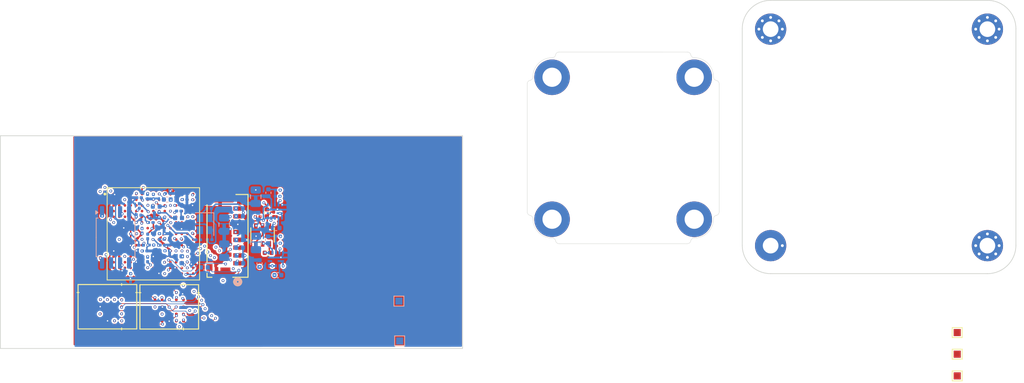
<source format=kicad_pcb>
(kicad_pcb (version 20240108) (generator "pcbnew") (generator_version "8.0")
  (layers (0 "F.Cu" signal) (1 "In1.Cu" signal) (2 "In2.Cu" signal) (3 "In3.Cu" signal) (4 "In4.Cu" signal) (31 "B.Cu" signal) (34 "B.Paste" user) (35 "F.Paste" user) (36 "B.SilkS" user "B.Silkscreen") (37 "F.SilkS" user "F.Silkscreen") (38 "B.Mask" user) (39 "F.Mask" user) (44 "Edge.Cuts" user))
  (net 0 "")
  (net 1 "GND")
  (net 2 "+3V3")
  (net 3 "SPI-D1")
  (net 4 "SPI-CLK")
  (net 5 "SPI-D2")
  (net 6 "SPI-D0")
  (net 7 "SPI-D3")
  (net 8 "SPI-CS")
  (net 9 "33.33Mhz")
  (net 10 "Net-(X1-Vcc)")
  (net 11 "+1V0")
  (net 12 "+1V8")
  (net 13 "GNDA")
  (net 14 "VCCQ")
  (net 15 "Net-(D1-K)")
  (net 16 "Net-(D2-K)")
  (net 17 "MIO7")
  (net 18 "Net-(U1-FB)")
  (net 19 "Net-(U2-FB)")
  (net 20 "Net-(TP2-Pin_1)")
  (net 21 "Net-(TP1-Pin_1)")
  (net 22 "~{RST}")
  (net 23 "Net-(U4-SENSE)")
  (net 24 "POR_B")
  (net 25 "Net-(U3A-INIT_B_0)")
  (net 26 "Net-(U3A-PROGRAM_B_0)")
  (net 27 "Net-(U3A-DONE_0)")
  (net 28 "Net-(U3D-PS_MIO8_500)")
  (net 29 "Net-(U3D-PS_CLK_500)")
  (net 49 "Net-(C1-Pad1)")
  (net 56 "Net-(R23-Pad2)")
  (net 86 "MIO32")
  (net 91 "MIO33")
  (net 142 "MIO29")
  (net 152 "MIO30")
  (net 153 "MIO31")
  (net 154 "MIO28")
  (net 165 "RAM_DQ6")
  (net 166 "~{RAM_CS0}")
  (net 167 "RAM_DQ7")
  (net 168 "RAM_CLK")
  (net 169 "RAM_DQ0")
  (net 170 "RAM_DQ5")
  (net 171 "~{RAM_RST}")
  (net 172 "RAM_DQ2")
  (net 173 "~{RAM_CLK}")
  (net 174 "RAM_DQ4")
  (net 175 "RAM_DQ1")
  (net 176 "RAM_DQ3")
  (net 177 "RWDS")
  (net 178 "~{RAM_CS1}")
  (footprint "Capacitor_SMD:C_0201_0603Metric" (layer "F.Cu") (at 115.310002 46.7673 180)
    (property "Reference" "R10" (hide yes))
    (property "Value" "20k" (hide yes))
  )
  (footprint "MountingHole:MountingHole_2.2mm_M2_Pad_Via" (layer "F.Cu") (at 217.961707 20.355151)
    (property "Reference" "H1" (hide yes))
    (property "Value" "MountingHole")
  )
  (footprint "Capacitor_SMD:C_0402_1005Metric" (layer "F.Cu") (at 116.580002 46.2373 90)
    (property "Reference" "R9" (hide yes))
    (property "Value" "10k" (hide yes))
  )
  (footprint "TestPoint:TestPoint_Pad_1.0x1.0mm" (layer "F.Cu") (at 213.715 66.15)
    (property "Reference" "TP4" (hide yes))
    (property "Value" "TP" (hide yes))
  )
  (footprint "Sync_VT extras:PG-BGA-24-801" (layer "F.Cu") (at 94.15 59.46 90)
    (property "Reference" "U7" (hide yes))
    (property "Value" "S80KS5123GABHA020" (hide yes))
  )
  (footprint "Sync_VT extras:225-LFBGA" (layer "F.Cu") (at 100.62 49.19)
    (property "Reference" "U3" (hide yes))
    (property "Value" "XC7Z010-1CLG225I" (hide yes))
  )
  (footprint "Capacitor_SMD:C_0402_1005Metric" (layer "F.Cu") (at 116.760002 51.8673 180)
    (property "Reference" "R7" (hide yes))
    (property "Value" "10k" (hide yes))
  )
  (footprint "TestPoint:TestPoint_Pad_1.0x1.0mm" (layer "F.Cu") (at 213.715 69.2)
    (property "Reference" "TP5" (hide yes))
    (property "Value" "TP" (hide yes))
  )
  (footprint "Capacitor_SMD:C_0201_0603Metric" (layer "F.Cu") (at 93.16 52.265 90)
    (property "Reference" "C26" (hide yes))
    (property "Value" "470nF" (hide yes))
  )
  (footprint "" (layer "F.Cu") (at 156.711701 27.135153)
    (property "Reference" "")
    (property "Value" "")
  )
  (footprint "MountingHole:MountingHole_2.2mm_M2_Pad_Via" (layer "F.Cu") (at 187.461701 20.355153)
    (property "Reference" "H4" (hide yes))
    (property "Value" "MountingHole")
  )
  (footprint "MountingHole:MountingHole_2.2mm_M2_Pad_Via" (layer "F.Cu") (at 217.961701 50.855153)
    (property "Reference" "H2" (hide yes))
    (property "Value" "MountingHole")
  )
  (footprint "" (layer "F.Cu") (at 187.461701 50.855153)
    (property "Reference" "")
    (property "Value" "")
  )
  (footprint "Sync_VT extras:CONN12_47309-2651_MOL" (layer "F.Cu") (at 111.05 49.48 -90)
    (property "Reference" "U6" (hide yes))
    (property "Value" "0473092651" (hide yes))
  )
  (footprint "" (layer "F.Cu") (at 189.111701 50.855153)
    (property "Reference" "")
    (property "Value" "")
  )
  (footprint "Sync_VT extras:PG-BGA-24-801" (layer "F.Cu") (at 102.85 59.48 90)
    (property "Reference" "U8" (hide yes))
    (property "Value" "S80KS5123GABHA020" (hide yes))
  )
  (footprint "Capacitor_SMD:C_0201_0603Metric" (layer "F.Cu") (at 117.550002 46.4423 -90)
    (property "Reference" "R8" (hide yes))
    (property "Value" "20k" (hide yes))
  )
  (footprint "TestPoint:TestPoint_Pad_1.0x1.0mm" (layer "F.Cu") (at 213.715 63.1)
    (property "Reference" "TP3" (hide yes))
    (property "Value" "TP" (hide yes))
  )
  (footprint "" (layer "F.Cu") (at 176.711701 47.135153)
    (property "Reference" "")
    (property "Value" "")
  )
  (footprint "Sync_VT extras:DBV6-L" (layer "F.Cu") (at 115.980001 49.35365 90)
    (property "Reference" "U4" (hide yes))
    (property "Value" "TPS3106K33DBVR" (hide yes))
  )
  (footprint "" (layer "F.Cu") (at 176.711701 27.135153)
    (property "Reference" "")
    (property "Value" "")
  )
  (footprint "" (layer "F.Cu") (at 156.711701 47.135153)
    (property "Reference" "")
    (property "Value" "")
  )
  (footprint "Capacitor_SMD:C_0201_0603Metric" (layer "B.Cu") (at 118.145002 49.49 180)
    (property "Reference" "C11" (hide yes))
    (property "Value" "10pF" (hide yes))
  )
  (footprint "Capacitor_SMD:C_0402_1005Metric" (layer "B.Cu") (at 112.740002 51.14 180)
    (property "Reference" "R26" (hide yes))
    (property "Value" "10k" (hide yes))
  )
  (footprint "Capacitor_SMD:C_0201_0603Metric" (layer "B.Cu") (at 98.64 45.27 -90)
    (property "Reference" "R11" (hide yes))
    (property "Value" "4k7" (hide yes))
  )
  (footprint "Capacitor_SMD:C_0805_2012Metric" (layer "B.Cu") (at 115.020002 43.959998 -90)
    (property "Reference" "C9" (hide yes))
    (property "Value" "47uF" (hide yes))
  )
  (footprint "Capacitor_SMD:C_0402_1005Metric" (layer "B.Cu") (at 118.140001 55.005001 180)
    (property "Reference" "R6" (hide yes))
    (property "Value" "10k" (hide yes))
  )
  (footprint "Capacitor_SMD:C_0201_0603Metric" (layer "B.Cu") (at 98.86 46.89 -90)
    (property "Reference" "FB1" (hide yes))
    (property "Value" "MPZ0603S121HT000" (hide yes))
  )
  (footprint "Capacitor_SMD:C_0201_0603Metric" (layer "B.Cu") (at 98.88 50.8)
    (property "Reference" "R12" (hide yes))
    (property "Value" "4k7" (hide yes))
  )
  (footprint "Capacitor_SMD:C_0201_0603Metric" (layer "B.Cu") (at 98.6 44.1)
    (property "Reference" "R14" (hide yes))
    (property "Value" "20k" (hide yes))
  )
  (footprint "Capacitor_SMD:C_0402_1005Metric" (layer "B.Cu") (at 101.02 45.35 180)
    (property "Reference" "R18" (hide yes))
    (property "Value" "10k" (hide yes))
  )
  (footprint "Capacitor_SMD:C_0402_1005Metric" (layer "B.Cu") (at 107.790002 53.92)
    (property "Reference" "R23" (hide yes))
    (property "Value" "10k" (hide yes))
  )
  (footprint "Capacitor_SMD:C_0201_0603Metric" (layer "B.Cu") (at 105.02 44.36)
    (property "Reference" "C25" (hide yes))
    (property "Value" "470nF" (hide yes))
  )
  (footprint "Capacitor_SMD:C_0201_0603Metric" (layer "B.Cu") (at 99.81 52.795 90)
    (property "Reference" "R13" (hide yes))
    (property "Value" "470" (hide yes))
  )
  (footprint "Capacitor_SMD:C_0402_1005Metric" (layer "B.Cu") (at 102.57 44.36 180)
    (property "Reference" "R19" (hide yes))
    (property "Value" "10k" (hide yes))
  )
  (footprint "Capacitor_SMD:C_0402_1005Metric" (layer "B.Cu") (at 112.750002 50.06)
    (property "Reference" "C1" (hide yes))
    (property "Value" "22uF" (hide yes))
  )
  (footprint "Package_SO:SOIC-8_5.23x5.23mm_P1.27mm" (layer "B.Cu") (at 95.3 49.69 -90)
    (property "Reference" "U5" (hide yes))
    (property "Value" "W25Q128JVS" (hide yes))
  )
  (footprint "Capacitor_SMD:C_0201_0603Metric" (layer "B.Cu") (at 118.130002 43.02 180)
    (property "Reference" "C5" (hide yes))
    (property "Value" "10pF" (hide yes))
  )
  (footprint "LED_SMD:LED_0402_1005Metric" (layer "B.Cu") (at 104.16 46.96 180)
    (property "Reference" "D2" (hide yes))
    (property "Value" "SML-P11UTT86" (hide yes))
  )
  (footprint "Capacitor_SMD:C_0201_0603Metric" (layer "B.Cu") (at 99.79 43.95 90)
    (property "Reference" "R17" (hide yes))
    (property "Value" "20k" (hide yes))
  )
  (footprint "Capacitor_SMD:C_0402_1005Metric" (layer "B.Cu") (at 112.740002 46.71 180)
    (property "Reference" "R27" (hide yes))
    (property "Value" "10k" (hide yes))
  )
  (footprint "Capacitor_SMD:C_0402_1005Metric" (layer "B.Cu") (at 112.790002 52.25 180)
    (property "Reference" "R25" (hide yes))
    (property "Value" "10k" (hide yes))
  )
  (footprint "Capacitor_SMD:C_0805_2012Metric" (layer "B.Cu") (at 110.580002 47.89 -90)
    (property "Reference" "C19" (hide yes))
    (property "Value" "47uF" (hide yes))
  )
  (footprint "Capacitor_SMD:C_0201_0603Metric" (layer "B.Cu") (at 118.100002 43.9)
    (property "Reference" "R1" (hide yes))
    (property "Value" "20k" (hide yes))
  )
  (footprint "Capacitor_SMD:C_0805_2012Metric" (layer "B.Cu") (at 115.05 50.47 -90)
    (property "Reference" "C12" (hide yes))
    (property "Value" "47uF" (hide yes))
  )
  (footprint "Capacitor_SMD:C_0201_0603Metric" (layer "B.Cu") (at 97.4 55.125 -90)
    (property "Reference" "C16" (hide yes))
    (property "Value" "4.7uF" (hide yes))
  )
  (footprint "Sync_VT extras:ECLGA-14_MPM3834C_MNP" (layer "B.Cu") (at 117.860001 52.78)
    (property "Reference" "U2" (hide yes))
    (property "Value" "MPM3834CGPA-Z" (hide yes))
  )
  (footprint "Oscillator:Oscillator_SMD_SeikoEpson_SG210-4Pin_2.5x2.0mm" (layer "B.Cu") (at 107.820002 47.83 -90)
    (property "Reference" "X1" (hide yes))
    (property "Value" "SIT8008BI-73-XXS-33.333333" (hide yes))
  )
  (footprint "Capacitor_SMD:C_0402_1005Metric" (layer "B.Cu") (at 112.790002 53.35 180)
    (property "Reference" "R24" (hide yes))
    (property "Value" "10k" (hide yes))
  )
  (footprint "Capacitor_SMD:C_0201_0603Metric" (layer "B.Cu") (at 99.39 51.6)
    (property "Reference" "C17" (hide yes))
    (property "Value" "470nF" (hide yes))
  )
  (footprint "Capacitor_SMD:C_0201_0603Metric" (layer "B.Cu") (at 102.625 43.5 180)
    (property "Reference" "R15" (hide yes))
    (property "Value" "20k" (hide yes))
  )
  (footprint "TestPoint:TestPoint_Pad_1.0x1.0mm" (layer "B.Cu") (at 135.160002 58.669998 90)
    (property "Reference" "TP2" (hide yes))
    (property "Value" "TP" (hide yes))
  )
  (footprint "Capacitor_SMD:C_0805_2012Metric" (layer "B.Cu") (at 110.580002 51.57 90)
    (property "Reference" "C13" (hide yes))
    (property "Value" "47uF" (hide yes))
  )
  (footprint "Capacitor_SMD:C_0201_0603Metric" (layer "B.Cu") (at 104.2 45.98 180)
    (property "Reference" "R22" (hide yes))
    (property "Value" "470" (hide yes))
  )
  (footprint "Capacitor_SMD:C_0201_0603Metric" (layer "B.Cu") (at 101.08 46.23)
    (property "Reference" "R20" (hide yes))
    (property "Value" "20k" (hide yes))
  )
  (footprint "Capacitor_SMD:C_0201_0603Metric" (layer "B.Cu") (at 100.25 47.59)
    (property "Reference" "C18" (hide yes))
    (property "Value" "470nF" (hide yes))
  )
  (footprint "Capacitor_SMD:C_0201_0603Metric" (layer "B.Cu") (at 100.35 50.77 180)
    (property "Reference" "C24" (hide yes))
    (property "Value" "4.7uF" (hide yes))
  )
  (footprint "Capacitor_SMD:C_0402_1005Metric" (layer "B.Cu") (at 115.550002 53.37 90)
    (property "Reference" "C8" (hide yes))
    (property "Value" "22uF" (hide yes))
  )
  (footprint "Capacitor_SMD:C_0201_0603Metric" (layer "B.Cu") (at 99.82 49.56 -90)
    (property "Reference" "FB2" (hide yes))
    (property "Value" "MPZ0603S121HT000" (hide yes))
  )
  (footprint "Capacitor_SMD:C_0201_0603Metric" (layer "B.Cu") (at 101.8 49.97 180)
    (property "Reference" "C22" (hide yes))
    (property "Value" "470nF" (hide yes))
  )
  (footprint "TestPoint:TestPoint_Pad_1.0x1.0mm" (layer "B.Cu") (at 135.27 64.27 90)
    (property "Reference" "TP1" (hide yes))
    (property "Value" "TP" (hide yes))
  )
  (footprint "Capacitor_SMD:C_0402_1005Metric" (layer "B.Cu") (at 117.890002 48.37 180)
    (property "Reference" "R4" (hide yes))
    (property "Value" "10k" (hide yes))
  )
  (footprint "Capacitor_SMD:C_0402_1005Metric" (layer "B.Cu") (at 112.730002 45.62 180)
    (property "Reference" "R28" (hide yes))
    (property "Value" "10k" (hide yes))
  )
  (footprint "Capacitor_SMD:C_0402_1005Metric" (layer "B.Cu") (at 116.800002 43.41 90)
    (property "Reference" "R2" (hide yes))
    (property "Value" "30k" (hide yes))
  )
  (footprint "Capacitor_SMD:C_0201_0603Metric" (layer "B.Cu") (at 101.805 49.16)
    (property "Reference" "C15" (hide yes))
    (property "Value" "470nF" (hide yes))
  )
  (footprint "Capacitor_SMD:C_0201_0603Metric" (layer "B.Cu") (at 108.445002 45.63 180)
    (property "Reference" "FB3" (hide yes))
    (property "Value" "MPZ0603S121HT000" (hide yes))
  )
  (footprint "Capacitor_SMD:C_0201_0603Metric" (layer "B.Cu") (at 118.145001 50.515001)
    (property "Reference" "R3" (hide yes))
    (property "Value" "20k" (hide yes))
  )
  (footprint "Capacitor_SMD:C_0201_0603Metric" (layer "B.Cu") (at 101.82 46.96 180)
    (property "Reference" "C20" (hide yes))
    (property "Value" "4.7uF" (hide yes))
  )
  (footprint "Capacitor_SMD:C_0201_0603Metric" (layer "B.Cu") (at 106.93 50.04)
    (property "Reference" "R21" (hide yes))
    (property "Value" "33" (hide yes))
  )
  (footprint "LED_SMD:LED_0402_1005Metric" (layer "B.Cu") (at 104.61 52.845 90)
    (property "Reference" "D1" (hide yes))
    (property "Value" "SML-P11UTT86" (hide yes))
  )
  (footprint "Capacitor_SMD:C_0201_0603Metric" (layer "B.Cu") (at 101.87 50.78)
    (property "Reference" "C14" (hide yes))
    (property "Value" "4.7uF" (hide yes))
  )
  (footprint "Capacitor_SMD:C_0201_0603Metric" (layer "B.Cu") (at 99.03 48.77 -90)
    (property "Reference" "C23" (hide yes))
    (property "Value" "470nF" (hide yes))
  )
  (footprint "Capacitor_SMD:C_0201_0603Metric" (layer "B.Cu") (at 108.540002 50.02)
    (property "Reference" "C27" (hide yes))
    (property "Value" "470nF" (hide yes))
  )
  (footprint "Capacitor_SMD:C_0201_0603Metric" (layer "B.Cu") (at 100.62 43.955 90)
    (property "Reference" "R16" (hide yes))
    (property "Value" "20k" (hide yes))
  )
  (footprint "Capacitor_SMD:C_0402_1005Metric" (layer "B.Cu") (at 115.370002 46.7 90)
    (property "Reference" "C10" (hide yes))
    (property "Value" "22uF" (hide yes))
  )
  (footprint "Capacitor_SMD:C_0201_0603Metric" (layer "B.Cu") (at 102.58 51.58)
    (property "Reference" "C21" (hide yes))
    (property "Value" "4.7uF" (hide yes))
  )
  (footprint "Sync_VT extras:ECLGA-14_MPM3834C_MNP" (layer "B.Cu") (at 117.720003 46.034999)
    (property "Reference" "U1" (hide yes))
    (property "Value" "MPM3834CGPA-Z" (hide yes))
  )
  (footprint "Capacitor_SMD:C_0402_1005Metric" (layer "B.Cu") (at 116.750002 50.04 90)
    (property "Reference" "R5" (hide yes))
    (property "Value" "10k" (hide yes))
  )
  (gr_arc (start 176.72 24.38) (mid 176.40302 24.266666) (end 176.22971 23.978058) (stroke (width 0.05)) (layer "Edge.Cuts"))
  (gr_arc (start 157.21029 23.978058) (mid 157.383593 23.689457) (end 157.70058 23.576116) (stroke (width 0.05)) (layer "Edge.Cuts"))
  (gr_arc (start 153.216116 28.06058) (mid 153.329436 27.743575) (end 153.618058 27.57029) (stroke (width 0.05)) (layer "Edge.Cuts"))
  (gr_arc (start 176.22971 50.181943) (mid 176.403002 49.893342) (end 176.72 49.780001) (stroke (width 0.05)) (layer "Edge.Cuts"))
  (gr_arc (start 176.22971 50.178059) (mid 176.056404 50.466653) (end 175.73942 50.580001) (stroke (width 0.05)) (layer "Edge.Cuts"))
  (gr_arc (start 217.97 16.3) (mid 220.798454 17.471562) (end 221.97 20.3) (stroke (width 0.1)) (layer "Edge.Cuts"))
  (gr_line (start 183.47 50.8) (end 183.47 20.3) (stroke (width 0.1)) (layer "Edge.Cuts"))
  (gr_line (start 153.22 46.09942) (end 153.216116 28.06058) (stroke (width 0.05)) (layer "Edge.Cuts"))
  (gr_arc (start 179.420001 47.08) (mid 179.533321 46.763006) (end 179.821943 46.58971) (stroke (width 0.05)) (layer "Edge.Cuts"))
  (gr_arc (start 154.02 27.08) (mid 153.906662 27.396994) (end 153.618058 27.57029) (stroke (width 0.05)) (layer "Edge.Cuts"))
  (gr_arc (start 156.72 49.78) (mid 154.810831 48.989185) (end 154.02 47.08) (stroke (width 0.05)) (layer "Edge.Cuts"))
  (gr_arc (start 183.47 20.3) (mid 184.641581 17.471581) (end 187.47 16.3) (stroke (width 0.1)) (layer "Edge.Cuts"))
  (gr_arc (start 179.818058 27.58) (mid 180.106695 27.75329) (end 180.22 28.07029) (stroke (width 0.05)) (layer "Edge.Cuts"))
  (gr_arc (start 154.02 27.08) (mid 154.810801 25.170816) (end 156.72 24.38) (stroke (width 0.05)) (layer "Edge.Cuts"))
  (gr_arc (start 153.618058 46.58971) (mid 153.906638 46.763027) (end 154.02 47.08) (stroke (width 0.05)) (layer "Edge.Cuts"))
  (gr_line (start 217.97 54.8) (end 187.47 54.8) (stroke (width 0.1)) (layer "Edge.Cuts"))
  (gr_arc (start 180.220001 46.09942) (mid 180.106676 46.416407) (end 179.818059 46.58971) (stroke (width 0.05)) (layer "Edge.Cuts"))
  (gr_arc (start 156.72 49.78) (mid 157.037008 49.893324) (end 157.21029 50.181942) (stroke (width 0.05)) (layer "Edge.Cuts"))
  (gr_arc (start 175.723436 23.579313) (mid 176.050064 23.685372) (end 176.22971 23.978058) (stroke (width 0.05)) (layer "Edge.Cuts"))
  (gr_arc (start 179.821942 27.58) (mid 179.533362 27.406683) (end 179.42 27.08971) (stroke (width 0.05)) (layer "Edge.Cuts"))
  (gr_line (start 157.70058 50.58) (end 175.73942 50.580001) (stroke (width 0.05)) (layer "Edge.Cuts"))
  (gr_arc (start 221.97 50.8) (mid 220.798435 53.628435) (end 217.97 54.8) (stroke (width 0.1)) (layer "Edge.Cuts"))
  (gr_line (start 221.97 20.3) (end 221.97 50.8) (stroke (width 0.1)) (layer "Edge.Cuts"))
  (gr_line (start 180.220001 46.09942) (end 180.22 28.07029) (stroke (width 0.05)) (layer "Edge.Cuts"))
  (gr_arc (start 157.70058 50.58) (mid 157.383585 50.466667) (end 157.21029 50.178058) (stroke (width 0.05)) (layer "Edge.Cuts"))
  (gr_line (start 187.47 16.3) (end 217.97 16.3) (stroke (width 0.1)) (layer "Edge.Cuts"))
  (gr_arc (start 179.42 47.08) (mid 178.629178 48.989193) (end 176.72 49.78) (stroke (width 0.05)) (layer "Edge.Cuts"))
  (gr_line (start 157.70058 23.576116) (end 175.72 23.58) (stroke (width 0.05)) (layer "Edge.Cuts"))
  (gr_arc (start 157.21029 23.978058) (mid 157.036991 24.266683) (end 156.72 24.38) (stroke (width 0.05)) (layer "Edge.Cuts"))
  (gr_arc (start 187.47 54.8) (mid 184.6416 53.628416) (end 183.47 50.8) (stroke (width 0.1)) (layer "Edge.Cuts"))
  (gr_arc (start 176.72 24.379983) (mid 178.63265 25.174232) (end 179.42 27.08971) (stroke (width 0.05)) (layer "Edge.Cuts"))
  (gr_rect (start 79.09 35.37) (end 144.13 65.34) (stroke (width 0.1)) (fill none) (layer "Edge.Cuts"))
  (gr_arc (start 153.621942 46.58971) (mid 153.333304 46.41642) (end 153.22 46.09942) (stroke (width 0.05)) (layer "Edge.Cuts"))
  (segment (start 95.02 43.59) (end 95.105728 43.59) (width 0.2) (layer "F.Cu") (net 1))
  (segment (start 93.15 59.46) (end 93.14 59.45) (width 0.09) (layer "F.Cu") (net 1))
  (segment (start 94.16 61.46) (end 94.17 61.45) (width 0.09) (layer "F.Cu") (net 1))
  (segment (start 96.560608 48.39) (end 96.53 48.359392) (width 0.2) (layer "F.Cu") (net 1))
  (segment (start 104.62 48.44) (end 104.578461 48.481539) (width 0.2) (layer "F.Cu") (net 1))
  (segment (start 103.02 43.59) (end 103.02 43.183036) (width 0.2) (layer "F.Cu") (net 1))
  (segment (start 99.82 46.79) (end 100.05 46.79) (width 0.2) (layer "F.Cu") (net 1))
  (segment (start 106.22 53.19) (end 105.954134 53.455866) (width 0.2) (layer "F.Cu") (net 1))
  (segment (start 96.53 48.359392) (end 96.45 48.359392) (width 0.2) (layer "F.Cu") (net 1))
  (segment (start 105.954134 53.455866) (end 105.954134 53.468902) (width 0.2) (layer "F.Cu") (net 1))
  (segment (start 95.82 53.99) (end 96.22 54.39) (width 0.2) (layer "F.Cu") (net 1))
  (segment (start 95.105728 43.59) (end 95.168437 43.652709) (width 0.2) (layer "F.Cu") (net 1))
  (segment (start 98.22 48.39) (end 99.02 49.19) (width 0.2) (layer "F.Cu") (net 1))
  (segment (start 96.15 57.46) (end 96.14 57.46) (width 0.09) (layer "F.Cu") (net 1))
  (segment (start 103.82 45.99) (end 103.62 46.19) (width 0.2) (layer "F.Cu") (net 1))
  (segment (start 103.62 46.19) (end 103.62 46.193714) (width 0.2) (layer "F.Cu") (net 1))
  (segment (start 103.02 43.183036) (end 103.009928 43.172964) (width 0.2) (layer "F.Cu") (net 1))
  (segment (start 105.4 50.77) (end 105.576769 50.946769) (width 0.2) (layer "F.Cu") (net 1))
  (segment (start 94.15 61.46) (end 94.16 61.46) (width 0.09) (layer "F.Cu") (net 1))
  (segment (start 103.8 53.97) (end 103.67 53.97) (width 0.2) (layer "F.Cu") (net 1))
  (segment (start 105.576769 50.946769) (end 105.576769 51.023304) (width 0.2) (layer "F.Cu") (net 1))
  (via (at 96.22 54.39) (size 0.4) (drill 0.2) (layers "F.Cu" "B.Cu") (net 1))
  (via (at 106.13 45.19) (size 0.4) (drill 0.2) (layers "F.Cu" "B.Cu") (net 1))
  (via (at 94.17 61.45) (size 0.4) (drill 0.2) (layers "F.Cu" "B.Cu") (net 1))
  (via (at 101.89801 59.5068) (size 0.4) (drill 0.2) (layers "F.Cu" "B.Cu") (net 1))
  (via (at 100.63 44.32) (size 0.4) (drill 0.2) (layers "F.Cu" "B.Cu") (net 1))
  (via (at 103.009928 43.172964) (size 0.4) (drill 0.2) (layers "F.Cu" "B.Cu") (net 1))
  (via (at 98.22 53.18) (size 0.4) (drill 0.2) (layers "F.Cu" "B.Cu") (net 1))
  (via (at 100.05 46.79) (size 0.4) (drill 0.2) (layers "F.Cu" "B.Cu") (net 1))
  (via (at 102.23 47.6) (size 0.4) (drill 0.2) (layers "F.Cu" "B.Cu") (net 1))
  (via (at 97.39 50.81) (size 0.4) (drill 0.2) (layers "F.Cu" "B.Cu") (net 1))
  (via (at 105.954134 53.468902) (size 0.4) (drill 0.2) (layers "F.Cu" "B.Cu") (net 1))
  (via (at 113.75 50.05) (size 0.4) (drill 0.2) (layers "F.Cu" "B.Cu") (net 1))
  (via (at 111.435 48.518148) (size 0.4) (drill 0.2) (layers "F.Cu" "B.Cu") (net 1))
  (via (at 118.76 45.09) (size 0.4) (drill 0.2) (layers "F.Cu" "B.Cu") (net 1))
  (via (at 116.13 50.55) (size 0.4) (drill 0.2) (layers "F.Cu" "B.Cu") (net 1))
  (via (at 98.25 51.59) (size 0.4) (drill 0.2) (layers "F.Cu" "B.Cu") (net 1))
  (via (at 95.168437 43.652709) (size 0.4) (drill 0.2) (layers "F.Cu" "B.Cu") (net 1))
  (via (at 93.14 59.45) (size 0.4) (drill 0.2) (layers "F.Cu" "B.Cu") (net 1))
  (via (at 104.730868 57.644602) (size 0.4) (drill 0.2) (layers "F.Cu" "B.Cu") (net 1))
  (via (at 98.21 46.78) (size 0.4) (drill 0.2) (layers "F.Cu" "B.Cu") (net 1))
  (via (at 118.560002 52.504998) (size 0.4) (drill 0.2) (layers "F.Cu" "B.Cu") (net 1))
  (via (at 102.85 61.4968) (size 0.4) (drill 0.2) (layers "F.Cu" "B.Cu") (net 1))
  (via (at 99.829999 50.782191) (size 0.4) (drill 0.2) (layers "F.Cu" "B.Cu") (net 1))
  (via (at 102.43 50.951781) (size 0.4) (drill 0.2) (layers "F.Cu" "B.Cu") (net 1))
  (via (at 96.45 48.359392) (size 0.4) (drill 0.2) (layers "F.Cu" "B.Cu") (net 1))
  (via (at 112.5 47.86) (size 0.4) (drill 0.2) (layers "F.Cu" "B.Cu") (net 1))
  (via (at 102.99 51.58) (size 0.4) (drill 0.2) (layers "F.Cu" "B.Cu") (net 1))
  (via (at 101.41 46.82) (size 0.4) (drill 0.2) (layers "F.Cu" "B.Cu") (net 1))
  (via (at 96.14 57.46) (size 0.4) (drill 0.2) (layers "F.Cu" "B.Cu") (net 1))
  (via (at 97.39 55.47) (size 0.4) (drill 0.2) (layers "F.Cu" "B.Cu") (net 1))
  (via (at 99.02 49.19) (size 0.4) (drill 0.2) (layers "F.Cu" "B.Cu") (net 1))
  (via (at 104.578461 48.481539) (size 0.4) (drill 0.2) (layers "F.Cu" "B.Cu") (net 1))
  (via (at 95.04 51.61) (size 0.4) (drill 0.2) (layers "F.Cu" "B.Cu") (net 1))
  (via (at 103.62 46.193714) (size 0.4) (drill 0.2) (layers "F.Cu" "B.Cu") (net 1))
  (via (at 111.47 50.69241) (size 0.4) (drill 0.2) (layers "F.Cu" "B.Cu") (net 1))
  (via (at 118.079189 45.734688) (size 0.4) (drill 0.2) (layers "F.Cu" "B.Cu") (net 1))
  (via (at 103.67 53.97) (size 0.4) (drill 0.2) (layers "F.Cu" "B.Cu") (net 1))
  (via (at 102.22 49.16) (size 0.4) (drill 0.2) (layers "F.Cu" "B.Cu") (net 1))
  (via (at 101.4 54.76) (size 0.4) (drill 0.2) (layers "F.Cu" "B.Cu") (net 1))
  (via (at 105.576769 51.023304) (size 0.4) (drill 0.2) (layers "F.Cu" "B.Cu") (net 1))
  (via (at 100.61 52.38) (size 0.4) (drill 0.2) (layers "F.Cu" "B.Cu") (net 1))
  (segment (start 117.665001 45.784999) (end 118.028878 45.784999) (width 0.2) (layer "B.Cu") (net 1))
  (segment (start 118.860002 51.855001) (end 118.860002 52.204998) (width 0.2) (layer "B.Cu") (net 1))
  (segment (start 117.220004 45.584997) (end 117.020002 45.784999) (width 0.2) (layer "B.Cu") (net 1))
  (segment (start 113.74 50.06) (end 113.230002 50.06) (width 0.2) (layer "B.Cu") (net 1))
  (segment (start 118.860002 52.204998) (end 118.560002 52.504998) (width 0.2) (layer "B.Cu") (net 1))
  (segment (start 108.860002 49.07) (end 108.860002 50.02) (width 0.2) (layer "B.Cu") (net 1))
  (segment (start 99.829999 50.782191) (end 99.829999 49.889999) (width 0.2) (layer "B.Cu") (net 1))
  (segment (start 97.205 45.175) (end 97.205 46.09) (width 0.2) (layer "B.Cu") (net 1))
  (segment (start 117.16 52.53) (end 118.560002 52.53) (width 0.2) (layer "B.Cu") (net 1))
  (segment (start 118.74 45.11) (end 118.76 45.09) (width 0.2) (layer "B.Cu") (net 1))
  (segment (start 117.665001 45.784999) (end 118.420004 45.784999) (width 0.2) (layer "B.Cu") (net 1))
  (segment (start 117.360002 51.410001) (end 117.310001 51.36) (width 0.2) (layer "B.Cu") (net 1))
  (segment (start 117.220004 44.310002) (end 116.800002 43.89) (width 0.2) (layer "B.Cu") (net 1))
  (segment (start 99.71 51.6) (end 99.71 51.09) (width 0.2) (layer "B.Cu") (net 1))
  (segment (start 108.470002 48.68) (end 108.860002 49.07) (width 0.2) (layer "B.Cu") (net 1))
  (segment (start 107.920002 47.83) (end 105.23 47.83) (width 0.2) (layer "B.Cu") (net 1))
  (segment (start 117.655003 45.784999) (end 117.660002 45.78) (width 0.2) (layer "B.Cu") (net 1))
  (segment (start 105.23 47.83) (end 104.578461 48.481539) (width 0.2) (layer "B.Cu") (net 1))
  (segment (start 117.220004 45.11) (end 117.220004 44.310002) (width 0.2) (layer "B.Cu") (net 1))
  (segment (start 117.310001 51.36) (end 116.500001 50.55) (width 0.2) (layer "B.Cu") (net 1))
  (segment (start 111.39759 50.62) (end 111.47 50.69241) (width 0.2) (layer "B.Cu") (net 1))
  (segment (start 117.660002 45.78) (end 117.665001 45.784999) (width 0.2) (layer "B.Cu") (net 1))
  (segment (start 100.63 44.32) (end 99.84 44.32) (width 0.2) (layer "B.Cu") (net 1))
  (segment (start 117.020002 45.784999) (end 117.655003 45.784999) (width 0.2) (layer "B.Cu") (net 1))
  (segment (start 110.580002 50.62) (end 111.39759 50.62) (width 0.2) (layer "B.Cu") (net 1))
  (segment (start 97.205 46.09) (end 97.52 46.09) (width 0.2) (layer "B.Cu") (net 1))
  (segment (start 117.220004 45.11) (end 117.220004 45.584997) (width 0.2) (layer "B.Cu") (net 1))
  (segment (start 98.28 44.1) (end 97.205 45.175) (width 0.2) (layer "B.Cu") (net 1))
  (segment (start 99.71 51.09) (end 100.03 50.77) (width 0.2) (layer "B.Cu") (net 1))
  (segment (start 97.52 46.09) (end 98.21 46.78) (width 0.2) (layer "B.Cu") (net 1))
  (segment (start 108.470002 48.38) (end 107.920002 47.83) (width 0.2) (layer "B.Cu") (net 1))
  (segment (start 117.360002 51.855001) (end 117.360002 51.410001) (width 0.2) (layer "B.Cu") (net 1))
  (segment (start 116.500001 50.55) (end 116.13 50.55) (width 0.2) (layer "B.Cu") (net 1))
  (segment (start 118.028878 45.784999) (end 118.079189 45.734688) (width 0.2) (layer "B.Cu") (net 1))
  (segment (start 113.75 50.05) (end 113.74 50.06) (width 0.2) (layer "B.Cu") (net 1))
  (segment (start 111.113148 48.84) (end 111.435 48.518148) (width 0.2) (layer "B.Cu") (net 1))
  (segment (start 99.02 43.59) (end 99.02 42.849021) (width 0.2) (layer "F.Cu") (net 2))
  (segment (start 99.02 47.655961) (end 98.975961 47.7) (width 0.2) (layer "F.Cu") (net 2))
  (segment (start 93.15 58.46) (end 93.17 58.46) (width 0.09) (layer "F.Cu") (net 2))
  (segment (start 104.819869 58.366099) (end 104.748145 58.294375) (width 0.2) (layer "F.Cu") (net 2))
  (segment (start 99.02 42.849021) (end 99.206312 42.662709) (width 0.2) (layer "F.Cu") (net 2))
  (segment (start 97.42 49.99) (end 97.42 49.19) (width 0.2) (layer "F.Cu") (net 2))
  (segment (start 106.22 49.19) (end 106.13633 49.10633) (width 0.2) (layer "F.Cu") (net 2))
  (segment (start 104.819869 58.449869) (end 104.819869 58.366099) (width 0.2) (layer "F.Cu") (net 2))
  (segment (start 95.15 61.46) (end 95.15 61.44) (width 0.09) (layer "F.Cu") (net 2))
  (segment (start 102.234289 45.19) (end 102.33843 45.294141) (width 0.2) (layer "F.Cu") (net 2))
  (segment (start 106.13633 49.10633) (end 106.113634 49.10633) (width 0.2) (layer "F.Cu") (net 2))
  (segment (start 96.17 58.48) (end 96.17 58.510002) (width 0.09) (layer "F.Cu") (net 2))
  (segment (start 103.743113 49.99) (end 103.604894 49.851781) (width 0.2) (layer "F.Cu") (net 2))
  (segment (start 104.64 52.37) (end 104.72 52.37) (width 0.2) (layer "F.Cu") (net 2))
  (segment (start 93.17 58.46) (end 93.18 58.45) (width 0.09) (layer "F.Cu") (net 2))
  (segment (start 97.42 48.39) (end 97.42 49.19) (width 0.2) (layer "F.Cu") (net 2))
  (segment (start 105.313023 54.79) (end 105.42 54.79) (width 0.2) (layer "F.Cu") (net 2))
  (segment (start 105.193307 54.909716) (end 105.313023 54.79) (width 0.2) (layer "F.Cu") (net 2))
  (segment (start 96.15 58.46) (end 96.17 58.48) (width 0.09) (layer "F.Cu") (net 2))
  (via (at 99.82 53.95) (size 0.4) (drill 0.2) (layers "F.Cu" "B.Cu") (net 2))
  (via (at 96.17 58.510002) (size 0.4) (drill 0.2) (layers "F.Cu" "B.Cu") (net 2))
  (via (at 101.816605 58.178717) (size 0.4) (drill 0.2) (layers "F.Cu" "B.Cu") (net 2))
  (via (at 105.193307 54.909716) (size 0.4) (drill 0.2) (layers "F.Cu" "B.Cu") (net 2))
  (via (at 103.07426 44.44078) (size 0.4) (drill 0.2) (layers "F.Cu" "B.Cu") (net 2))
  (via (at 115.07 48.04) (size 0.4) (drill 0.2) (layers "F.Cu" "B.Cu") (net 2))
  (via (at 103.882872 61.374669) (size 0.4) (drill 0.2) (layers "F.Cu" "B.Cu") (net 2))
  (via (at 115.570002 53.83) (size 0.4) (drill 0.2) (layers "F.Cu" "B.Cu") (net 2))
  (via (at 113.506202 52.25) (size 0.4) (drill 0.2) (layers "F.Cu" "B.Cu") (net 2))
  (via (at 117.157073 47.297916) (size 0.4) (drill 0.2) (layers "F.Cu" "B.Cu") (net 2))
  (via (at 102.33843 45.294141) (size 0.4) (drill 0.2) (layers "F.Cu" "B.Cu") (net 2))
  (via (at 95.15 61.44) (size 0.4) (drill 0.2) (layers "F.Cu" "B.Cu") (net 2))
  (via (at 97.42 49.19) (size 0.4) (drill 0.2) (layers "F.Cu" "B.Cu") (net 2))
  (via (at 105.47 46.79) (size 0.4) (drill 0.2) (layers "F.Cu" "B.Cu") (net 2))
  (via (at 116.33 51.84) (size 0.4) (drill 0.2) (layers "F.Cu" "B.Cu") (net 2))
  (via (at 104.67 44.36) (size 0.4) (drill 0.2) (layers "F.Cu" "B.Cu") (net 2))
  (via (at 117.660001 55.005001) (size 0.4) (drill 0.2) (layers "F.Cu" "B.Cu") (net 2))
  (via (at 98.975961 47.7) (size 0.4) (drill 0.2) (layers "F.Cu" "B.Cu") (net 2))
  (via (at 93.18 58.45) (size 0.4) (drill 0.2) (layers "F.Cu" "B.Cu") (net 2))
  (via (at 100.659999 50.75569) (size 0.4) (drill 0.2) (layers "F.Cu" "B.Cu") (net 2))
  (via (at 104.72 52.37) (size 0.4) (drill 0.2) (layers "F.Cu" "B.Cu") (net 2))
  (via (at 114.9374 46.833558) (size 0.4) (drill 0.2) (layers "F.Cu" "B.Cu") (net 2))
  (via (at 99.206312 42.662709) (size 0.4) (drill 0.2) (layers "F.Cu" "B.Cu") (net 2))
  (via (at 93.16 52.6) (size 0.4) (drill 0.2) (layers "F.Cu" "B.Cu") (net 2))
  (via (at 106.113634 49.10633) (size 0.4) (drill 0.2) (layers "F.Cu" "B.Cu") (net 2))
  (via (at 113.280002 46.2) (size 0.4) (drill 0.2) (layers "F.Cu" "B.Cu") (net 2))
  (via (at 103.604894 49.851781) (size 0.4) (drill 0.2) (layers "F.Cu" "B.Cu") (net 2))
  (via (at 102.17 53.2) (size 0.4) (drill 0.2) (layers "F.Cu" "B.Cu") (net 2))
  (via (at 99.903909 46.083909) (size 0.4) (drill 0.2) (layers "F.Cu" "B.Cu") (net 2))
  (via (at 103.07 47.62) (size 0.4) (drill 0.2) (layers "F.Cu" "B.Cu") (net 2))
  (via (at 117.35 53.704999) (size 0.4) (drill 0.2) (layers "F.Cu" "B.Cu") (net 2))
  (via (at 104.748145 58.294375) (size 0.4) (drill 0.2) (layers "F.Cu" "B.Cu") (net 2))
  (via (at 116.098463 47.29859) (size 0.4) (drill 0.2) (layers "F.Cu" "B.Cu") (net 2))
  (via (at 117.62 47.71) (size 0.4) (drill 0.2) (layers "F.Cu" "B.Cu") (net 2))
  (segment (start 109.19 50.52) (end 109.390002 50.319998) (width 0.2) (layer "B.Cu") (net 2))
  (segment (start 98.56 50.33) (end 98.56 50.8) (width 0.2) (layer "B.Cu") (net 2))
  (segment (start 116.500001 45.359999) (end 116.270002 45.359999) (width 0.2) (layer "B.Cu") (net 2))
  (segment (start 97.42 49.19) (end 98.56 50.33) (width 0.2) (layer "B.Cu") (net 2))
  (segment (start 105.193307 54.909716) (end 106.320286 54.909716) (width 0.2) (layer "B.Cu") (net 2))
  (segment (start 113.270002 52.4862) (end 113.506202 52.25) (width 0.2) (layer "B.Cu") (net 2))
  (segment (start 99.188397 45.368397) (end 99.903909 46.083909) (width 0.2) (layer "B.Cu") (net 2))
  (segment (start 109.390002 50.319998) (end 109.390002 47.9) (width 0.2) (layer "B.Cu") (net 2))
  (segment (start 109.385002 45.01) (end 112.600002 45.01) (width 0.2) (layer "B.Cu") (net 2))
  (segment (start 116.720002 45.139998) (end 116.500001 45.359999) (width 0.2) (layer "B.Cu") (net 2))
  (segment (start 106.320286 54.909716) (end 107.310002 53.92) (width 0.2) (layer "B.Cu") (net 2))
  (segment (start 115.370002 47.18) (end 115.979873 47.18) (width 0.2) (layer "B.Cu") (net 2))
  (segment (start 108.220002 50.219999) (end 108.520003 50.52) (width 0.2) (layer "B.Cu") (net 2))
  (segment (start 98.64 44.95) (end 98.839999 44.95) (width 0.2) (layer "B.Cu") (net 2))
  (segment (start 115.370002 47.18) (end 115.370002 47.739998) (width 0.2) (layer "B.Cu") (net 2))
  (segment (start 116.098463 45.531538) (end 116.098463 47.29859) (width 0.2) (layer "B.Cu") (net 2))
  (segment (start 113.270002 53.35) (end 113.270002 52.4862) (width 0.2) (layer "B.Cu") (net 2))
  (segment (start 113.210002 45.62) (end 113.210002 46.13) (width 0.2) (layer "B.Cu") (net 2))
  (segment (start 117.860001 53.704999) (end 117.35 53.704999) (width 0.2) (layer "B.Cu") (net 2))
  (segment (start 116.345001 51.855001) (end 116.33 51.84) (width 0.2) (layer "B.Cu") (net 2))
  (segment (start 108.220002 50.02) (end 108.220002 50.219999) (width 0.2) (layer "B.Cu") (net 2))
  (segment (start 116.86 51.855001) (end 116.345001 51.855001) (width 0.2) (layer "B.Cu") (net 2))
  (segment (start 113.220002 51.14) (end 113.220002 51.9638) (width 0.2) (layer "B.Cu") (net 2))
  (segment (start 102.302571 45.33) (end 102.33843 45.294141) (width 0.2) (layer "B.Cu") (net 2))
  (segment (start 116.720002 46.959998) (end 117.720003 46.959998) (width 0.2) (layer "B.Cu") (net 2))
  (segment (start 117.35 53.704999) (end 116.86 53.704999) (width 0.2) (layer "B.Cu") (net 2))
  (segment (start 113.220002 51.9638) (end 113.506202 52.25) (width 0.2) (layer "B.Cu") (net 2))
  (segment (start 117.410002 47.919998) (end 117.62 47.71) (width 0.2) (layer "B.Cu") (net 2))
  (segment (start 117.410002 48.37) (end 117.410002 47.919998) (width 0.2) (layer "B.Cu") (net 2))
  (segment (start 115.979873 47.18) (end 116.098463 47.29859) (width 0.2) (layer "B.Cu") (net 2))
  (segment (start 112.600002 45.01) (end 113.210002 45.62) (width 0.2) (layer "B.Cu") (net 2))
  (segment (start 115.370002 47.739998) (end 115.07 48.04) (width 0.2) (layer "B.Cu") (net 2))
  (segment (start 117.220004 47.234985) (end 117.157073 47.297916) (width 0.2) (layer "B.Cu") (net 2))
  (segment (start 108.765002 46.685) (end 108.765002 45.63) (width 0.2) (layer "B.Cu") (net 2))
  (segment (start 116.270002 45.359999) (end 116.098463 45.531538) (width 0.2) (layer "B.Cu") (net 2))
  (segment (start 98.839999 44.95) (end 99.188397 45.298398) (width 0.2) (layer "B.Cu") (net 2))
  (segment (start 116.437055 46.959998) (end 116.098463 47.29859) (width 0.2) (layer "B.Cu") (net 2))
  (segment (start 108.520003 50.52) (end 109.19 50.52) (width 0.2) (layer "B.Cu") (net 2))
  (segment (start 108.765002 45.63) (end 109.385002 45.01) (width 0.2) (layer "B.Cu") (net 2))
  (segment (start 113.210002 46.13) (end 113.280002 46.2) (width 0.2) (layer "B.Cu") (net 2))
  (segment (start 116.720002 46.959998) (end 116.437055 46.959998) (width 0.2) (layer "B.Cu") (net 2))
  (segment (start 113.220002 46.71) (end 113.220002 46.26) (width 0.2) (layer "B.Cu") (net 2))
  (segment (start 115.283842 47.18) (end 114.9374 46.833558) (width 0.2) (layer "B.Cu") (net 2))
  (segment (start 117.220004 46.959998) (end 117.220004 47.234985) (width 0.2) (layer "B.Cu") (net 2))
  (segment (start 99.188397 45.298398) (end 99.188397 45.368397) (width 0.2) (layer "B.Cu") (net 2))
  (segment (start 113.220002 46.26) (end 113.280002 46.2) (width 0.2) (layer "B.Cu") (net 2))
  (segment (start 101.63 45.33) (end 102.302571 45.33) (width 0.2) (layer "B.Cu") (net 2))
  (segment (start 108.470002 46.98) (end 108.84826 46.601742) (width 0.2) (layer "B.Cu") (net 2))
  (segment (start 109.390002 47.9) (end 108.470002 46.98) (width 0.2) (layer "B.Cu") (net 2))
  (via (at 94.592224 47.190957) (size 0.4) (drill 0.2) (layers "F.Cu" "B.Cu") (net 3))
  (via (at 99.82 43.500602) (size 0.4) (drill 0.2) (layers "F.Cu" "B.Cu") (net 3))
  (via (at 94.625852 43.157709) (size 0.4) (drill 0.2) (layers "F.Cu" "B.Cu") (net 3))
  (segment (start 94.665 46.09) (end 94.665 47.118181) (width 0.09) (layer "B.Cu") (net 3))
  (segment (start 94.665 47.118181) (end 94.592224 47.190957) (width 0.09) (layer "B.Cu") (net 3))
  (via (at 96.22 53.6) (size 0.4) (drill 0.2) (layers "F.Cu" "B.Cu") (net 4))
  (via (at 93.799599 42.654599) (size 0.4) (drill 0.2) (layers "F.Cu" "B.Cu") (net 4))
  (via (at 102.17 43.61) (size 0.4) (drill 0.2) (layers "F.Cu" "B.Cu") (net 4))
  (via (at 96.23 46.38) (size 0.4) (drill 0.2) (layers "F.Cu" "B.Cu") (net 5))
  (via (at 100.56 45.17) (size 0.4) (drill 0.2) (layers "F.Cu" "B.Cu") (net 5))
  (via (at 100.61 43.61) (size 0.4) (drill 0.2) (layers "F.Cu" "B.Cu") (net 6))
  (via (at 97.82 52.78) (size 0.4) (drill 0.2) (layers "F.Cu" "B.Cu") (net 6))
  (segment (start 97.205 53.29) (end 97.715 52.78) (width 0.09) (layer "B.Cu") (net 6))
  (segment (start 97.715 52.78) (end 97.82 52.78) (width 0.09) (layer "B.Cu") (net 6))
  (via (at 93.97 52.13) (size 0.4) (drill 0.2) (layers "F.Cu" "B.Cu") (net 7))
  (via (at 93.13 43.23) (size 0.4) (drill 0.2) (layers "F.Cu" "B.Cu") (net 7))
  (via (at 101.46 43.57) (size 0.4) (drill 0.2) (layers "F.Cu" "B.Cu") (net 7))
  (segment (start 102.09 44.2) (end 101.46 43.57) (width 0.09) (layer "B.Cu") (net 7))
  (segment (start 94.665 53.29) (end 93.97 52.595) (width 0.09) (layer "B.Cu") (net 7))
  (segment (start 93.97 52.595) (end 93.97 52.13) (width 0.09) (layer "B.Cu") (net 7))
  (via (at 93.435 46.67) (size 0.4) (drill 0.2) (layers "F.Cu" "B.Cu") (net 8))
  (via (at 98.232327 43.500001) (size 0.4) (drill 0.2) (layers "F.Cu" "B.Cu") (net 8))
  (segment (start 107.170002 48.68) (end 107.170002 49.960002) (width 0.2) (layer "B.Cu") (net 9))
  (segment (start 107.170002 46.585) (end 108.125002 45.63) (width 0.2) (layer "B.Cu") (net 10))
  (segment (start 116.580002 45.7573) (end 116.580002 45.23872) (width 0.2) (layer "F.Cu") (net 11))
  (segment (start 102.22 48.39) (end 101.42 47.59) (width 0.2) (layer "F.Cu") (net 11))
  (segment (start 116.580002 45.23872) (end 116.161991 44.820709) (width 0.2) (layer "F.Cu") (net 11))
  (segment (start 98.22 50.790615) (end 97.926892 51.083723) (width 0.2) (layer "F.Cu") (net 11))
  (via (at 118.420004 46.310001) (size 0.4) (drill 0.2) (layers "F.Cu" "B.Cu") (net 11))
  (via (at 101.42 47.59) (size 0.4) (drill 0.2) (layers "F.Cu" "B.Cu") (net 11))
  (via (at 118.440002 43.91) (size 0.4) (drill 0.2) (layers "F.Cu" "B.Cu") (net 11))
  (via (at 118.455163 44.510239) (size 0.4) (drill 0.2) (layers "F.Cu" "B.Cu") (net 11))
  (via (at 102.24 51.59) (size 0.4) (drill 0.2) (layers "F.Cu" "B.Cu") (net 11))
  (via (at 99.021459 48.460001) (size 0.4) (drill 0.2) (layers "F.Cu" "B.Cu") (net 11))
  (via (at 116.161991 44.820709) (size 0.4) (drill 0.2) (layers "F.Cu" "B.Cu") (net 11))
  (via (at 102.224256 49.84) (size 0.4) (drill 0.2) (layers "F.Cu" "B.Cu") (net 11))
  (via (at 98.27 49.17) (size 0.4) (drill 0.2) (layers "F.Cu" "B.Cu") (net 11))
  (via (at 118.470002 43.04) (size 0.4) (drill 0.2) (layers "F.Cu" "B.Cu") (net 11))
  (via (at 115.030002 43.009998) (size 0.4) (drill 0.2) (layers "F.Cu" "B.Cu") (net 11))
  (via (at 102.23 46.83) (size 0.4) (drill 0.2) (layers "F.Cu" "B.Cu") (net 11))
  (via (at 97.926892 51.083723) (size 0.4) (drill 0.2) (layers "F.Cu" "B.Cu") (net 11))
  (via (at 111.435 46.773274) (size 0.4) (drill 0.2) (layers "F.Cu" "B.Cu") (net 11))
  (segment (start 118.455163 44.514837) (end 118.455163 44.510239) (width 0.2) (layer "B.Cu") (net 11))
  (segment (start 118.220002 45.11) (end 118.220002 44.749998) (width 0.2) (layer "B.Cu") (net 11))
  (segment (start 118.45 44.52) (end 118.455163 44.514837) (width 0.2) (layer "B.Cu") (net 11))
  (segment (start 118.220002 44.749998) (end 118.45 44.52) (width 0.2) (layer "B.Cu") (net 11))
  (segment (start 110.580002 46.94) (end 111.268274 46.94) (width 0.2) (layer "B.Cu") (net 11))
  (segment (start 111.268274 46.94) (end 111.435 46.773274) (width 0.2) (layer "B.Cu") (net 11))
  (segment (start 118.720004 46.584999) (end 118.720004 46.959998) (width 0.2) (layer "B.Cu") (net 11))
  (segment (start 118.420004 46.284999) (end 118.720004 46.584999) (width 0.2) (layer "B.Cu") (net 11))
  (segment (start 98.778881 47.057) (end 98.753 47.057) (width 0.2) (layer "F.Cu") (net 12))
  (segment (start 99.02 46.815881) (end 98.778881 47.057) (width 0.2) (layer "F.Cu") (net 12))
  (segment (start 97.42 46.79) (end 98.22 47.59) (width 0.2) (layer "F.Cu") (net 12))
  (segment (start 98.753 47.057) (end 98.22 47.59) (width 0.2) (layer "F.Cu") (net 12))
  (via (at 96.580591 52.360029) (size 0.4) (drill 0.2) (layers "F.Cu" "B.Cu") (net 12))
  (via (at 96.58 44.38) (size 0.4) (drill 0.2) (layers "F.Cu" "B.Cu") (net 12))
  (via (at 111.461599 51.380032) (size 0.4) (drill 0.2) (layers "F.Cu" "B.Cu") (net 12))
  (via (at 95.819987 49.990013) (size 0.4) (drill 0.2) (layers "F.Cu" "B.Cu") (net 12))
  (via (at 101.47 49.16) (size 0.4) (drill 0.2) (layers "F.Cu" "B.Cu") (net 12))
  (via (at 99.02 51.61) (size 0.4) (drill 0.2) (layers "F.Cu" "B.Cu") (net 12))
  (via (at 118.465001 50.515001) (size 0.4) (drill 0.2) (layers "F.Cu" "B.Cu") (net 12))
  (via (at 99.03 49.97) (size 0.4) (drill 0.2) (layers "F.Cu" "B.Cu") (net 12))
  (via (at 100.558924 49.985401) (size 0.4) (drill 0.2) (layers "F.Cu" "B.Cu") (net 12))
  (via (at 101.33 50.808909) (size 0.4) (drill 0.2) (layers "F.Cu" "B.Cu") (net 12))
  (via (at 111.47729 52.870371) (size 0.4) (drill 0.2) (layers "F.Cu" "B.Cu") (net 12))
  (via (at 97.45 54.81) (size 0.4) (drill 0.2) (layers "F.Cu" "B.Cu") (net 12))
  (via (at 115.07 49.52) (size 0.4) (drill 0.2) (layers "F.Cu" "B.Cu") (net 12))
  (via (at 118.45 51.31) (size 0.4) (drill 0.2) (layers "F.Cu" "B.Cu") (net 12))
  (via (at 118.53 49.57) (size 0.4) (drill 0.2) (layers "F.Cu" "B.Cu") (net 12))
  (via (at 98.22 47.59) (size 0.4) (drill 0.2) (layers "F.Cu" "B.Cu") (net 12))
  (via (at 118.885002 53.704999) (size 0.4) (drill 0.2) (layers "F.Cu" "B.Cu") (net 12))
  (via (at 95.04 47.59) (size 0.4) (drill 0.2) (layers "F.Cu" "B.Cu") (net 12))
  (segment (start 98.86 47.21) (end 98.6 47.21) (width 0.2) (layer "B.Cu") (net 12))
  (segment (start 98.6 47.21) (end 98.22 47.59) (width 0.2) (layer "B.Cu") (net 12))
  (segment (start 118.36 51.855001) (end 118.36 51.380002) (width 0.2) (layer "B.Cu") (net 12))
  (segment (start 118.430002 51.31) (end 118.45 51.31) (width 0.2) (layer "B.Cu") (net 12))
  (segment (start 110.930373 52.870371) (end 111.47729 52.870371) (width 0.2) (layer "B.Cu") (net 12))
  (segment (start 101.33 50.631544) (end 101.33 50.808909) (width 0.2) (layer "B.Cu") (net 12))
  (segment (start 100.683857 49.985401) (end 101.33 50.631544) (width 0.2) (layer "B.Cu") (net 12))
  (segment (start 100.558924 49.985401) (end 100.683857 49.985401) (width 0.2) (layer "B.Cu") (net 12))
  (segment (start 118.36 51.380002) (end 118.430002 51.31) (width 0.2) (layer "B.Cu") (net 12))
  (segment (start 118.560002 53.03) (end 118.860002 53.33) (width 0.2) (layer "B.Cu") (net 12))
  (segment (start 110.580002 52.261629) (end 111.461599 51.380032) (width 0.2) (layer "B.Cu") (net 12))
  (segment (start 118.860002 53.33) (end 118.860002 53.704999) (width 0.2) (layer "B.Cu") (net 12))
  (segment (start 100.42 48.59) (end 100.42 48.430644) (width 0.2) (layer "F.Cu") (net 13))
  (segment (start 99.82 49.19) (end 100.42 48.59) (width 0.2) (layer "F.Cu") (net 13))
  (segment (start 100.62 48.230644) (end 100.42 48.430644) (width 0.2) (layer "F.Cu") (net 13))
  (segment (start 100.62 47.59) (end 100.62 48.230644) (width 0.2) (layer "F.Cu") (net 13))
  (via (at 100.42 48.430644) (size 0.4) (drill 0.2) (layers "F.Cu" "B.Cu") (net 13))
  (via (at 99.8 47.58) (size 0.4) (drill 0.2) (layers "F.Cu" "B.Cu") (net 14))
  (segment (start 99.8 47.58) (end 99.5 47.28) (width 0.2) (layer "B.Cu") (net 14))
  (segment (start 99.5 46.93) (end 99.127 46.557) (width 0.2) (layer "B.Cu") (net 14))
  (segment (start 99.127 46.557) (end 98.86 46.557) (width 0.2) (layer "B.Cu") (net 14))
  (segment (start 99.5 47.28) (end 99.5 46.93) (width 0.2) (layer "B.Cu") (net 14))
  (via (at 100.22 53.58) (size 0.4) (drill 0.2) (layers "F.Cu" "B.Cu") (net 15))
  (via (at 105 53.58) (size 0.4) (drill 0.2) (layers "F.Cu" "B.Cu") (net 15))
  (segment (start 104.75 53.33) (end 105 53.58) (width 0.2) (layer "B.Cu") (net 15))
  (segment (start 99.81 53.17) (end 100.22 53.58) (width 0.2) (layer "B.Cu") (net 15))
  (segment (start 104.52 45.98) (end 104.52 46.835) (width 0.2) (layer "B.Cu") (net 16))
  (via (at 101.44 46.06) (size 0.4) (drill 0.2) (layers "F.Cu" "B.Cu") (net 17))
  (segment (start 101.4 46.23) (end 102.433432 46.23) (width 0.2) (layer "B.Cu") (net 17))
  (segment (start 102.433432 46.23) (end 103.163432 46.96) (width 0.2) (layer "B.Cu") (net 17))
  (segment (start 103.163432 46.96) (end 103.675 46.96) (width 0.2) (layer "B.Cu") (net 17))
  (segment (start 117.720003 45.11) (end 117.720003 43.109999) (width 0.2) (layer "B.Cu") (net 18))
  (segment (start 116.800002 42.93) (end 117.720002 42.93) (width 0.2) (layer "B.Cu") (net 18))
  (segment (start 116.750002 49.56) (end 117.755002 49.56) (width 0.2) (layer "B.Cu") (net 19))
  (segment (start 117.825001 50.515001) (end 117.825001 49.490001) (width 0.2) (layer "B.Cu") (net 19))
  (segment (start 117.860001 51.855001) (end 117.860001 50.550001) (width 0.2) (layer "B.Cu") (net 19))
  (segment (start 118.220002 46.959998) (end 118.220002 48.22) (width 0.2) (layer "B.Cu") (net 20))
  (segment (start 118.36 53.704999) (end 118.36 54.745) (width 0.2) (layer "B.Cu") (net 21))
  (segment (start 118.36 54.745) (end 118.620001 55.005001) (width 0.2) (layer "B.Cu") (net 21))
  (segment (start 116.930002 51.5573) (end 117.240002 51.8673) (width 0.2) (layer "F.Cu") (net 22))
  (segment (start 116.930002 50.6173) (end 116.930002 51.5573) (width 0.2) (layer "F.Cu") (net 22))
  (segment (start 116.648463 47.526408) (end 116.580002 47.594869) (width 0.2) (layer "F.Cu") (net 23))
  (segment (start 116.580002 47.002311) (end 116.648463 47.070772) (width 0.2) (layer "F.Cu") (net 23))
  (segment (start 116.580002 47.74) (end 116.930002 48.09) (width 0.2) (layer "F.Cu") (net 23))
  (segment (start 116.580002 47.594869) (end 116.580002 47.74) (width 0.2) (layer "F.Cu") (net 23))
  (segment (start 116.580002 46.7173) (end 117.175002 46.1223) (width 0.2) (layer "F.Cu") (net 23))
  (segment (start 116.580002 46.7173) (end 116.580002 47.002311) (width 0.2) (layer "F.Cu") (net 23))
  (segment (start 117.175002 46.1223) (end 117.550002 46.1223) (width 0.2) (layer "F.Cu") (net 23))
  (segment (start 116.648463 47.070772) (end 116.648463 47.526408) (width 0.2) (layer "F.Cu") (net 23))
  (segment (start 115.03 50.325951) (end 115.03 50.6173) (width 0.2) (layer "F.Cu") (net 24))
  (segment (start 115.630002 46.989233) (end 115.548463 47.070772) (width 0.2) (layer "F.Cu") (net 24))
  (segment (start 115.630002 46.7673) (end 115.630002 46.989233) (width 0.2) (layer "F.Cu") (net 24))
  (segment (start 115.630002 47.607947) (end 115.630002 47.740001) (width 0.2) (layer "F.Cu") (net 24))
  (segment (start 115.548463 47.526408) (end 115.630002 47.607947) (width 0.2) (layer "F.Cu") (net 24))
  (segment (start 115.980001 48.09) (end 115.980001 49.37595) (width 0.2) (layer "F.Cu") (net 24))
  (segment (start 101.42 45.19) (end 101.03 44.8) (width 0.2) (layer "F.Cu") (net 24))
  (segment (start 115.548463 47.070772) (end 115.548463 47.526408) (width 0.2) (layer "F.Cu") (net 24))
  (segment (start 115.980001 49.37595) (end 115.03 50.325951) (width 0.2) (layer "F.Cu") (net 24))
  (segment (start 115.630002 47.740001) (end 115.980001 48.09) (width 0.2) (layer "F.Cu") (net 24))
  (via (at 115.96 47.91) (size 0.4) (drill 0.2) (layers "F.Cu" "B.Cu") (net 24))
  (via (at 101.03 44.79) (size 0.4) (drill 0.2) (layers "F.Cu" "B.Cu") (net 24))
  (segment (start 98.42 45.85) (end 98.36 45.85) (width 0.2) (layer "F.Cu") (net 25))
  (segment (start 98.36 45.85) (end 98.22 45.99) (width 0.2) (layer "F.Cu") (net 25))
  (via (at 98.42 45.85) (size 0.4) (drill 0.2) (layers "F.Cu" "B.Cu") (net 25))
  (segment (start 98.64 45.63) (end 98.42 45.85) (width 0.2) (layer "B.Cu") (net 25))
  (segment (start 99.292165 50.517835) (end 99.02 50.79) (width 0.2) (layer "F.Cu") (net 26))
  (segment (start 99.292165 50.509696) (end 99.292165 50.517835) (width 0.2) (layer "F.Cu") (net 26))
  (via (at 99.292165 50.509696) (size 0.4) (drill 0.2) (layers "F.Cu" "B.Cu") (net 26))
  (segment (start 99.292165 50.509696) (end 99.2 50.601861) (width 0.2) (layer "B.Cu") (net 26))
  (segment (start 99.2 50.601861) (end 99.2 50.8) (width 0.2) (layer "B.Cu") (net 26))
  (via (at 99.82 52.38) (size 0.4) (drill 0.2) (layers "F.Cu" "B.Cu") (net 27))
  (via (at 99.105235 44.440602) (size 0.4) (drill 0.2) (layers "F.Cu" "B.Cu") (net 28))
  (segment (start 98.92 44.255367) (end 99.105235 44.440602) (width 0.2) (layer "B.Cu") (net 28))
  (segment (start 98.92 44.1) (end 98.92 44.255367) (width 0.2) (layer "B.Cu") (net 28))
  (via (at 99.85 45.17) (size 0.4) (drill 0.2) (layers "F.Cu" "B.Cu") (net 29))
  (via (at 102.65 48) (size 0.4) (drill 0.2) (layers "F.Cu" "B.Cu") (net 29))
  (segment (start 106.61 50.04) (end 106.340197 50.04) (width 0.2) (layer "B.Cu") (net 29))
  (segment (start 103.74 49.09) (end 102.66 48.01) (width 0.2) (layer "B.Cu") (net 29))
  (segment (start 103.74 49.09) (end 105.390197 49.09) (width 0.2) (layer "B.Cu") (net 29))
  (segment (start 106.340197 50.04) (end 105.390197 49.09) (width 0.2) (layer "B.Cu") (net 29))
  (via (at 112.33 50.03) (size 0.4) (drill 0.2) (layers "F.Cu" "B.Cu") (net 49))
  (segment (start 110.924423 56.375577) (end 112.64 54.66) (width 0.09) (layer "F.Cu") (net 56))
  (segment (start 108.5132 55.189206) (end 109.699571 56.375577) (width 0.09) (layer "F.Cu") (net 56))
  (segment (start 109.699571 56.375577) (end 110.924423 56.375577) (width 0.09) (layer "F.Cu") (net 56))
  (segment (start 108.5132 53.9345) (end 108.5132 55.189206) (width 0.09) (layer "F.Cu") (net 56))
  (segment (start 112.64 54.66) (end 112.64 54.33) (width 0.09) (layer "F.Cu") (net 56))
  (via (at 112.64 54.33) (size 0.4) (drill 0.2) (layers "F.Cu" "B.Cu") (net 56))
  (segment (start 112.42 54.55) (end 112.64 54.33) (width 0.09) (layer "B.Cu") (net 56))
  (segment (start 108.270002 53.92) (end 108.900002 54.55) (width 0.09) (layer "B.Cu") (net 56))
  (segment (start 108.900002 54.55) (end 112.42 54.55) (width 0.09) (layer "B.Cu") (net 56))
  (via (at 112.43614 53.023824) (size 0.4) (drill 0.2) (layers "F.Cu" "B.Cu") (net 86))
  (via (at 106.13 46.78) (size 0.4) (drill 0.2) (layers "F.Cu" "B.Cu") (net 86))
  (via (at 103.02 45.19) (size 0.4) (drill 0.2) (layers "F.Cu" "B.Cu") (net 91))
  (via (at 112.466634 52.103366) (size 0.4) (drill 0.2) (layers "F.Cu" "B.Cu") (net 91))
  (via (at 103.02 45.99) (size 0.4) (drill 0.2) (layers "F.Cu" "B.Cu") (net 142))
  (via (at 112.566313 50.863687) (size 0.4) (drill 0.2) (layers "F.Cu" "B.Cu") (net 142))
  (via (at 112.26 46.71) (size 0.4) (drill 0.2) (layers "F.Cu" "B.Cu") (net 152))
  (via (at 106.13 44.4) (size 0.4) (drill 0.2) (layers "F.Cu" "B.Cu") (net 152))
  (via (at 112.25 45.58) (size 0.4) (drill 0.2) (layers "F.Cu" "B.Cu") (net 153))
  (via (at 103.625 45.19) (size 0.4) (drill 0.2) (layers "F.Cu" "B.Cu") (net 153))
  (via (at 106.13 43.702518) (size 0.4) (drill 0.2) (layers "F.Cu" "B.Cu") (net 154))
  (via (at 112.19 48.95) (size 0.4) (drill 0.2) (layers "F.Cu" "B.Cu") (net 154))
  (segment (start 104.85 60.564902) (end 104.868154 60.583056) (width 0.09) (layer "F.Cu") (net 165))
  (segment (start 107.73 61.05) (end 105.42 61.05) (width 0.09) (layer "F.Cu") (net 165))
  (segment (start 96.150018 60.459982) (end 96.150018 60.459964) (width 0.09) (layer "F.Cu") (net 165))
  (segment (start 105.42 61.05) (end 104.85 60.48) (width 0.09) (layer "F.Cu") (net 165))
  (segment (start 96.15 60.46) (end 96.150018 60.459982) (width 0.09) (layer "F.Cu") (net 165))
  (segment (start 104.85 60.48) (end 104.85 60.564902) (width 0.09) (layer "F.Cu") (net 165))
  (via (at 104.65 51.6) (size 0.4) (drill 0.2) (layers "F.Cu" "B.Cu") (net 165))
  (via (at 96.150018 60.459964) (size 0.4) (drill 0.2) (layers "F.Cu" "B.Cu") (net 165))
  (via (at 110.42 55.782302) (size 0.4) (drill 0.2) (layers "F.Cu" "B.Cu") (net 165))
  (via (at 104.868154 60.583056) (size 0.4) (drill 0.2) (layers "F.Cu" "B.Cu") (net 165))
  (via (at 107.73 61.05) (size 0.4) (drill 0.2) (layers "F.Cu" "B.Cu") (net 165))
  (segment (start 91.7018 57.274349) (end 91.7018 59.0118) (width 0.09) (layer "F.Cu") (net 166))
  (segment (start 91.7018 59.0118) (end 92.15 59.46) (width 0.09) (layer "F.Cu") (net 166))
  (segment (start 99.82 54.79) (end 97.8882 56.7218) (width 0.09) (layer "F.Cu") (net 166))
  (segment (start 97.8882 56.7218) (end 92.254349 56.7218) (width 0.09) (layer "F.Cu") (net 166))
  (segment (start 92.254349 56.7218) (end 91.7018 57.274349) (width 0.09) (layer "F.Cu") (net 166))
  (segment (start 104.85 61.48) (end 105.02 61.65) (width 0.09) (layer "F.Cu") (net 167))
  (segment (start 96.16 61.46) (end 96.17 61.45) (width 0.09) (layer "F.Cu") (net 167))
  (segment (start 105.02 61.65) (end 108.794593 61.65) (width 0.09) (layer "F.Cu") (net 167))
  (segment (start 96.15 61.46) (end 96.16 61.46) (width 0.09) (layer "F.Cu") (net 167))
  (segment (start 103.018167 53.99) (end 102.727924 54.280243) (width 0.09) (layer "F.Cu") (net 167))
  (segment (start 108.794593 61.65) (end 109.358848 61.085745) (width 0.09) (layer "F.Cu") (net 167))
  (via (at 102.727924 54.280243) (size 0.4) (drill 0.2) (layers "F.Cu" "B.Cu") (net 167))
  (via (at 109.358848 61.085745) (size 0.4) (drill 0.2) (layers "F.Cu" "B.Cu") (net 167))
  (via (at 111.855897 54.1) (size 0.4) (drill 0.2) (layers "F.Cu" "B.Cu") (net 167))
  (via (at 96.17 61.45) (size 0.4) (drill 0.2) (layers "F.Cu" "B.Cu") (net 167))
  (via (at 104.86 61.32) (size 0.4) (drill 0.2) (layers "F.Cu" "B.Cu") (net 167))
  (segment (start 93.12 60.46) (end 93.1 60.48) (width 0.09) (layer "F.Cu") (net 168))
  (segment (start 106.53846 51.27154) (end 107.264487 51.27154) (width 0.09) (layer "F.Cu") (net 168))
  (segment (start 106.22 51.59) (end 106.53846 51.27154) (width 0.09) (layer "F.Cu") (net 168))
  (segment (start 93.15 60.46) (end 93.12 60.46) (width 0.09) (layer "F.Cu") (net 168))
  (via (at 105.725 60) (size 0.4) (drill 0.2) (layers "F.Cu" "B.Cu") (net 168))
  (via (at 101.85 60.5068) (size 0.4) (drill 0.2) (layers "F.Cu" "B.Cu") (net 168))
  (via (at 93.1 60.48) (size 0.4) (drill 0.2) (layers "F.Cu" "B.Cu") (net 168))
  (via (at 107.264487 51.27154) (size 0.4) (drill 0.2) (layers "F.Cu" "B.Cu") (net 168))
  (segment (start 104.62 50.79) (end 104.860018 51.030018) (width 0.2) (layer "F.Cu") (net 169))
  (segment (start 103.3082 60.0118) (end 103.82 59.5) (width 0.09) (layer "F.Cu") (net 169))
  (segment (start 104.860018 51.030018) (end 104.870018 51.030018) (width 0.2) (layer "F.Cu") (net 169))
  (segment (start 95.15 59.46) (end 95.7018 60.0118) (width 0.09) (layer "F.Cu") (net 169))
  (segment (start 95.7018 60.0118) (end 103.3082 60.0118) (width 0.09) (layer "F.Cu") (net 169))
  (via (at 104.870018 51.030018) (size 0.4) (drill 0.2) (layers "F.Cu" "B.Cu") (net 169))
  (via (at 109.90729 51.562737) (size 0.4) (drill 0.2) (layers "F.Cu" "B.Cu") (net 169))
  (via (at 107.900665 59.744672) (size 0.4) (drill 0.2) (layers "F.Cu" "B.Cu") (net 169))
  (via (at 103.82 59.5) (size 0.4) (drill 0.2) (layers "F.Cu" "B.Cu") (net 169))
  (segment (start 107.28231 59.48) (end 104.85 59.48) (width 0.09) (layer "F.Cu") (net 170))
  (segment (start 107.586893 59.175417) (end 107.28231 59.48) (width 0.09) (layer "F.Cu") (net 170))
  (via (at 104.539982 49.899982) (size 0.4) (drill 0.2) (layers "F.Cu" "B.Cu") (net 170))
  (via (at 96.15 59.555) (size 0.4) (drill 0.2) (layers "F.Cu" "B.Cu") (net 170))
  (via (at 109.41229 51.068956) (size 0.4) (drill 0.2) (layers "F.Cu" "B.Cu") (net 170))
  (via (at 107.586893 59.175417) (size 0.4) (drill 0.2) (layers "F.Cu" "B.Cu") (net 170))
  (segment (start 107.466476 59.055) (end 107.586893 59.175417) (width 0.09) (layer "B.Cu") (net 170))
  (segment (start 96.65 59.055) (end 107.466476 59.055) (width 0.09) (layer "B.Cu") (net 170))
  (segment (start 96.15 59.555) (end 96.65 59.055) (width 0.09) (layer "B.Cu") (net 170))
  (segment (start 100.305 57.935) (end 100.85 58.48) (width 0.09) (layer "F.Cu") (net 171))
  (segment (start 92.675 57.935) (end 100.305 57.935) (width 0.09) (layer "F.Cu") (net 171))
  (segment (start 92.15 58.46) (end 92.675 57.935) (width 0.09) (layer "F.Cu") (net 171))
  (via (at 100.83 58.155) (size 0.4) (drill 0.2) (layers "F.Cu" "B.Cu") (net 171))
  (via (at 103.8 51.6) (size 0.4) (drill 0.2) (layers "F.Cu" "B.Cu") (net 171))
  (via (at 104.828791 56.458154) (size 0.4) (drill 0.2) (layers "F.Cu" "B.Cu") (net 171))
  (segment (start 94.15 58.46) (end 94.15 58.47) (width 0.09) (layer "F.Cu") (net 172))
  (via (at 102.85 58.46) (size 0.4) (drill 0.2) (layers "F.Cu" "B.Cu") (net 172))
  (via (at 105.375272 53.14637) (size 0.4) (drill 0.2) (layers "F.Cu" "B.Cu") (net 172))
  (via (at 94.15 58.47) (size 0.4) (drill 0.2) (layers "F.Cu" "B.Cu") (net 172))
  (via (at 106.986141 58.058932) (size 0.4) (drill 0.2) (layers "F.Cu" "B.Cu") (net 172))
  (via (at 108.666447 52.252098) (size 0.4) (drill 0.2) (layers "F.Cu" "B.Cu") (net 172))
  (segment (start 102.85 58.46) (end 103.155 58.765) (width 0.09) (layer "B.Cu") (net 172))
  (segment (start 103.155 58.765) (end 106.280073 58.765) (width 0.09) (layer "B.Cu") (net 172))
  (segment (start 106.280073 58.765) (end 106.986141 58.058932) (width 0.09) (layer "B.Cu") (net 172))
  (segment (start 101.85 61.48) (end 101.85 61.8382) (width 0.09) (layer "F.Cu") (net 173))
  (segment (start 93.5982 61.9082) (end 101.92 61.9082) (width 0.09) (layer "F.Cu") (net 173))
  (segment (start 101.85 61.8382) (end 101.92 61.9082) (width 0.09) (layer "F.Cu") (net 173))
  (segment (start 93.15 61.46) (end 93.5982 61.9082) (width 0.09) (layer "F.Cu") (net 173))
  (segment (start 106.683387 51.926613) (end 106.867894 51.926613) (width 0.09) (layer "F.Cu") (net 173))
  (segment (start 106.22 52.39) (end 106.683387 51.926613) (width 0.09) (layer "F.Cu") (net 173))
  (via (at 106.867894 51.926613) (size 0.4) (drill 0.2) (layers "F.Cu" "B.Cu") (net 173))
  (via (at 104.27 62.28) (size 0.4) (drill 0.2) (layers "F.Cu" "B.Cu") (net 173))
  (via (at 101.92 61.9082) (size 0.4) (drill 0.2) (layers "F.Cu" "B.Cu") (net 173))
  (segment (start 95.15 57.46) (end 95.5982 57.0118) (width 0.09) (layer "F.Cu") (net 174))
  (segment (start 103.4118 57.0118) (end 103.86 57.46) (width 0.09) (layer "F.Cu") (net 174))
  (segment (start 95.5982 57.0118) (end 103.4118 57.0118) (width 0.09) (layer "F.Cu") (net 174))
  (via (at 107.83 50.92) (size 0.4) (drill 0.2) (layers "F.Cu" "B.Cu") (net 174))
  (via (at 103.86 57.46) (size 0.4) (drill 0.2) (layers "F.Cu" "B.Cu") (net 174))
  (via (at 106.34 57.305) (size 0.4) (drill 0.2) (layers "F.Cu" "B.Cu") (net 174))
  (via (at 105.424273 51.655165) (size 0.4) (drill 0.2) (layers "F.Cu" "B.Cu") (net 174))
  (segment (start 103.02 53.189553) (end 102.726493 52.896046) (width 0.09) (layer "F.Cu") (net 175))
  (segment (start 95.6918 61.0018) (end 103.585261 61.0018) (width 0.09) (layer "F.Cu") (net 175))
  (segment (start 95.15 60.46) (end 95.6918 61.0018) (width 0.09) (layer "F.Cu") (net 175))
  (segment (start 103.585261 61.0018) (end 103.862061 60.725) (width 0.09) (layer "F.Cu") (net 175))
  (via (at 110.775 53.44) (size 0.4) (drill 0.2) (layers "F.Cu" "B.Cu") (net 175))
  (via (at 108.817457 60.726024) (size 0.4) (drill 0.2) (layers "F.Cu" "B.Cu") (net 175))
  (via (at 103.862061 60.725) (size 0.4) (drill 0.2) (layers "F.Cu" "B.Cu") (net 175))
  (via (at 102.726493 52.896046) (size 0.4) (drill 0.2) (layers "F.Cu" "B.Cu") (net 175))
  (segment (start 102.726493 52.896046) (end 103.225372 52.896046) (width 0.09) (layer "B.Cu") (net 175))
  (segment (start 104.764326 54.435) (end 105.915 54.435) (width 0.09) (layer "B.Cu") (net 175))
  (segment (start 110.695 53.36) (end 110.775 53.44) (width 0.09) (layer "B.Cu") (net 175))
  (segment (start 105.915 54.435) (end 106.99 53.36) (width 0.09) (layer "B.Cu") (net 175))
  (segment (start 106.99 53.36) (end 110.695 53.36) (width 0.09) (layer "B.Cu") (net 175))
  (segment (start 103.225372 52.896046) (end 104.764326 54.435) (width 0.09) (layer "B.Cu") (net 175))
  (segment (start 103.85 58.48) (end 103.85 58.16) (width 0.09) (layer "F.Cu") (net 176))
  (segment (start 103.85 58.16) (end 103.86 58.15) (width 0.09) (layer "F.Cu") (net 176))
  (via (at 103.86 58.15) (size 0.4) (drill 0.2) (layers "F.Cu" "B.Cu") (net 176))
  (via (at 95.15 58.46) (size 0.4) (drill 0.2) (layers "F.Cu" "B.Cu") (net 176))
  (via (at 105.39 53.99) (size 0.4) (drill 0.2) (layers "F.Cu" "B.Cu") (net 176))
  (via (at 107.413039 58.549096) (size 0.4) (drill 0.2) (layers "F.Cu" "B.Cu") (net 176))
  (via (at 109.207181 52.54) (size 0.4) (drill 0.2) (layers "F.Cu" "B.Cu") (net 176))
  (segment (start 102.3818 59.0118) (end 102.85 59.48) (width 0.09) (layer "F.Cu") (net 177))
  (segment (start 94.15 59.46) (end 94.5982 59.0118) (width 0.09) (layer "F.Cu") (net 177))
  (segment (start 94.5982 59.0118) (end 102.3818 59.0118) (width 0.09) (layer "F.Cu") (net 177))
  (via (at 108.275 51.751012) (size 0.4) (drill 0.2) (layers "F.Cu" "B.Cu") (net 177))
  (via (at 105.42 52.39) (size 0.4) (drill 0.2) (layers "F.Cu" "B.Cu") (net 177))
  (via (at 106.51 60.07) (size 0.4) (drill 0.2) (layers "F.Cu" "B.Cu") (net 177))
  (via (at 102.849598 59.517301) (size 0.4) (drill 0.2) (layers "F.Cu" "B.Cu") (net 177))
  (segment (start 106.51 60.07) (end 106.085 60.495) (width 0.09) (layer "B.Cu") (net 177))
  (segment (start 106.085 60.495) (end 105.565036 60.495) (width 0.09) (layer "B.Cu") (net 177))
  (segment (start 103.411672 60.079375) (end 102.849598 59.517301) (width 0.09) (layer "B.Cu") (net 177))
  (segment (start 105.565036 60.495) (end 105.149411 60.079375) (width 0.09) (layer "B.Cu") (net 177))
  (segment (start 105.149411 60.079375) (end 103.411672 60.079375) (width 0.09) (layer "B.Cu") (net 177))
  (segment (start 100.85 59.48) (end 100.85 59.5) (width 0.09) (layer "F.Cu") (net 178))
  (segment (start 102.22 54.79) (end 102.21 54.8) (width 0.09) (layer "F.Cu") (net 178))
  (via (at 102.21 54.8) (size 0.4) (drill 0.2) (layers "F.Cu" "B.Cu") (net 178))
  (via (at 100.85 59.5) (size 0.4) (drill 0.2) (layers "F.Cu" "B.Cu") (net 178))
  (zone (net 1) (net_name "GND") (layer "F.Cu") (connect_pads (clearance 0.25)) (min_thickness 0.15) (fill yes (thermal_gap 0.5) (thermal_bridge_width 0.5))
    (polygon (pts (xy 89.36 33.92) (xy 146.78 33.91) (xy 146.84 64.87) (xy 89.4 64.88)))
  )
  (zone (net 1) (net_name "GND") (layer "B.Cu") (connect_pads (clearance 0.25)) (min_thickness 0.15) (fill yes (thermal_gap 0.5) (thermal_bridge_width 0.5))
    (polygon (pts (xy 89.448244 34.200005) (xy 146.868244 34.190005) (xy 146.978244 65.100005) (xy 89.538244 65.110005)))
  )
)
</source>
